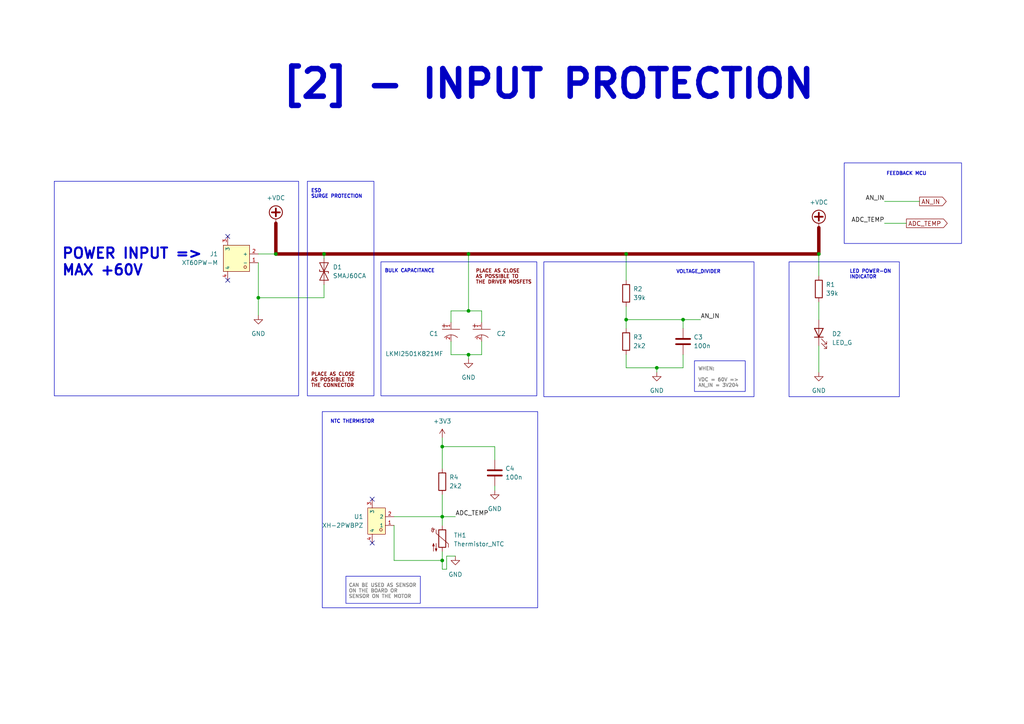
<source format=kicad_sch>
(kicad_sch (version 20230121) (generator eeschema)
  (paper "A4")
  (title_block (title "DF_ESC_rev01_1") (date "2024-01-14") (rev "rev01_1") (company "Ivan Mendez IMA Design") (comment 3 "i.mendezalon@hotmail.com") (comment 4 "Ivan Mendez"))
  (lib_symbols
    (symbol "DF_ESC_Symbol_Library:LKMI2501K821MF" (pin_names hide)
      (property "Reference" "C" (at 0 1.27 0))
      (property "Value" "LKMI2501K821MF" (at 0 -2.54 0))
      (symbol "LKMI2501K821MF_0_0"
        (rectangle (start -2.54 -6.096) (end -1.524 -6.1214) (fill (type background)))
        (rectangle (start -2.032 -5.588) (end -2.0066 -6.604) (fill (type background)))
        (polyline (pts (xy -2.54 -7.112) (xy 2.54 -7.112)))
        (pin passive line (at 0 -5.08 270) (length 2) (name "1") (number "1"))
        (pin passive line (at 0 -10.668 90) (length 2) (name "2") (number "2"))
      )
      (symbol "LKMI2501K821MF_0_1"
        (arc (start 1.9049 -9.5249) (mid -0.0001 -8.7359) (end -1.9051 -9.5251))
      )
    )
    (symbol "DF_ESC_Symbol_Library:XT60PW-M"
      (property "Reference" "CN" (at 0 1.27 0))
      (property "Value" "XT60PW-M" (at 0 -2.54 0))
      (symbol "XT60PW-M_0_0"
        (rectangle (start -2.54 -6.35) (end 5.08 -13.97) (fill (type background)))
        (circle (center -1.27 -7.62) (radius 0.381) (fill (type background)))
        (pin unspecified line (at -5.08 -8.89 0) (length 2.54) (name "-") (number "1"))
        (pin unspecified line (at -5.08 -11.43 0) (length 2.54) (name "+") (number "2"))
        (pin unspecified line (at 3.81 -16.51 90) (length 2.54) (name "3") (number "3"))
        (pin unspecified line (at 3.81 -3.81 270) (length 2.54) (name "4") (number "4"))
      )
    )
    (symbol "Device:C" (pin_numbers hide) (pin_names (offset 0.254))
      (property "Reference" "C" (at 0.635 2.54 0))
      (property "Value" "C" (at 0.635 -2.54 0))
      (symbol "C_0_1"
        (polyline (pts (xy -2.032 -0.762) (xy 2.032 -0.762)) (stroke (width 0.508)))
        (polyline (pts (xy -2.032 0.762) (xy 2.032 0.762)) (stroke (width 0.508)))
      )
      (symbol "C_1_1"
        (pin passive line (at 0 3.81 270) (length 2.794) (name "~") (number "1"))
        (pin passive line (at 0 -3.81 90) (length 2.794) (name "~") (number "2"))
      )
    )
    (symbol "Device:LED" (pin_numbers hide) (pin_names (offset 1.016) hide)
      (property "Reference" "D" (at 0 2.54 0))
      (property "Value" "LED" (at 0 -2.54 0))
      (symbol "LED_0_1"
        (polyline (pts (xy -1.27 -1.27) (xy -1.27 1.27)) (stroke (width 0.254)))
        (polyline (pts (xy -1.27 0) (xy 1.27 0)))
        (polyline (pts (xy 1.27 -1.27) (xy 1.27 1.27) (xy -1.27 0) (xy 1.27 -1.27)) (stroke (width 0.254)))
        (polyline (pts (xy -3.048 -0.762) (xy -4.572 -2.286) (xy -3.81 -2.286) (xy -4.572 -2.286) (xy -4.572 -1.524)))
        (polyline (pts (xy -1.778 -0.762) (xy -3.302 -2.286) (xy -2.54 -2.286) (xy -3.302 -2.286) (xy -3.302 -1.524)))
      )
      (symbol "LED_1_1"
        (pin passive line (at -3.81 0 0) (length 2.54) (name "K") (number "1"))
        (pin passive line (at 3.81 0 180) (length 2.54) (name "A") (number "2"))
      )
    )
    (symbol "Device:R" (pin_numbers hide) (pin_names (offset 0))
      (property "Reference" "R" (at 2.032 0 90))
      (property "Value" "R" (at 0 0 90))
      (symbol "R_0_1"
        (rectangle (start -1.016 -2.54) (end 1.016 2.54) (stroke (width 0.254)))
      )
      (symbol "R_1_1"
        (pin passive line (at 0 3.81 270) (length 1.27) (name "~") (number "1"))
        (pin passive line (at 0 -3.81 90) (length 1.27) (name "~") (number "2"))
      )
    )
    (symbol "Device:Thermistor_NTC" (pin_numbers hide) (pin_names (offset 0))
      (property "Reference" "TH" (at -4.445 0 90))
      (property "Value" "Thermistor_NTC" (at 3.175 0 90))
      (symbol "Thermistor_NTC_0_1"
        (arc (start -3.048 2.159) (mid -3.0495 2.3143) (end -3.175 2.413))
        (arc (start -3.048 2.159) (mid -2.9736 1.9794) (end -2.794 1.905))
        (arc (start -3.048 2.794) (mid -2.9736 2.6144) (end -2.794 2.54))
        (arc (start -2.794 1.905) (mid -2.6144 1.9794) (end -2.54 2.159))
        (arc (start -2.794 2.54) (mid -2.4393 2.5587) (end -2.159 2.794))
        (arc (start -2.794 3.048) (mid -2.9736 2.9736) (end -3.048 2.794))
        (arc (start -2.54 2.794) (mid -2.6144 2.9736) (end -2.794 3.048))
        (rectangle (start -1.016 2.54) (end 1.016 -2.54) (stroke (width 0.254)))
        (polyline (pts (xy -2.54 2.159) (xy -2.54 2.794)))
        (polyline (pts (xy -1.778 2.54) (xy -1.778 1.524) (xy 1.778 -1.524) (xy 1.778 -2.54)))
        (polyline (pts (xy -2.54 -3.683) (xy -2.54 -1.397) (xy -2.794 -2.159) (xy -2.286 -2.159) (xy -2.54 -1.397) (xy -2.54 -1.651)) (fill (type outline)))
        (polyline (pts (xy -1.778 -1.397) (xy -1.778 -3.683) (xy -2.032 -2.921) (xy -1.524 -2.921) (xy -1.778 -3.683) (xy -1.778 -3.429)) (fill (type outline)))
      )
      (symbol "Thermistor_NTC_1_1"
        (pin passive line (at 0 3.81 270) (length 1.27) (name "~") (number "1"))
        (pin passive line (at 0 -3.81 90) (length 1.27) (name "~") (number "2"))
      )
    )
    (symbol "Diode:SMAJ60CA" (pin_numbers hide) (pin_names (offset 1.016) hide)
      (property "Reference" "D" (at 0 2.54 0))
      (property "Value" "SMAJ60CA" (at 0 -2.54 0))
      (symbol "SMAJ60CA_0_1"
        (polyline (pts (xy 1.27 0) (xy -1.27 0)))
        (polyline (pts (xy -2.54 -1.27) (xy 0 0) (xy -2.54 1.27) (xy -2.54 -1.27)) (stroke (width 0.2032)))
        (polyline (pts (xy 0.508 1.27) (xy 0 1.27) (xy 0 -1.27) (xy -0.508 -1.27)) (stroke (width 0.2032)))
        (polyline (pts (xy 2.54 1.27) (xy 2.54 -1.27) (xy 0 0) (xy 2.54 1.27)) (stroke (width 0.2032)))
      )
      (symbol "SMAJ60CA_1_1"
        (pin passive line (at -3.81 0 0) (length 2.54) (name "A1") (number "1"))
        (pin passive line (at 3.81 0 180) (length 2.54) (name "A2") (number "2"))
      )
    )
    (symbol "XH-2PWBPZ:XH-2PWBPZ"
      (property "Reference" "U" (at 0 1.27 0))
      (property "Value" "XH-2PWBPZ" (at 0 -2.54 0))
      (symbol "XH-2PWBPZ_0_1"
        (rectangle (start -1.27 3.81) (end 3.81 -3.81) (fill (type background)))
        (circle (center 0 2.54) (radius 0.381) (fill (type background)))
        (pin unspecified line (at -3.81 1.27 0) (length 2.54) (name "1") (number "1"))
        (pin unspecified line (at -3.81 -1.27 0) (length 2.54) (name "2") (number "2"))
        (pin unspecified line (at 2.54 -6.35 90) (length 2.54) (name "3") (number "3"))
        (pin unspecified line (at 2.54 6.35 270) (length 2.54) (name "4") (number "4"))
      )
    )
    (symbol "power:+3V3" (power) (pin_names (offset 0))
      (property "Value" "+3V3" (at 0 3.556 0))
      (symbol "+3V3_0_1"
        (polyline (pts (xy -0.762 1.27) (xy 0 2.54)))
        (polyline (pts (xy 0 0) (xy 0 2.54)))
        (polyline (pts (xy 0 2.54) (xy 0.762 1.27)))
      )
      (symbol "+3V3_1_1"
        (pin power_in line (at 0 0 90) (length 0) hide (name "+3V3") (number "1"))
      )
    )
    (symbol "power:+VDC" (power) (pin_names (offset 0))
      (property "Value" "+VDC" (at 0 6.35 0))
      (symbol "+VDC_0_1"
        (polyline (pts (xy -1.143 3.175) (xy 1.143 3.175)) (stroke (width 0.508)))
        (polyline (pts (xy 0 0) (xy 0 1.27)))
        (polyline (pts (xy 0 2.032) (xy 0 4.318)) (stroke (width 0.508)))
        (circle (center 0 3.175) (radius 1.905) (stroke (width 0.254)))
      )
      (symbol "+VDC_1_1"
        (pin power_in line (at 0 0 90) (length 0) hide (name "+VDC") (number "1"))
      )
    )
    (symbol "power:GND" (power) (pin_names (offset 0))
      (property "Value" "GND" (at 0 -3.81 0))
      (symbol "GND_0_1"
        (polyline (pts (xy 0 0) (xy 0 -1.27) (xy 1.27 -1.27) (xy 0 -2.54) (xy -1.27 -1.27) (xy 0 -1.27)))
      )
      (symbol "GND_1_1"
        (pin power_in line (at 0 0 270) (length 0) hide (name "GND") (number "1"))
      )
    )
  )
  (junction (at 135.89 102.87))
  (junction (at 74.93 86.36))
  (junction (at 198.12 92.71))
  (junction (at 135.89 90.17))
  (junction (at 181.61 73.66))
  (junction (at 181.61 92.71))
  (junction (at 135.89 73.66))
  (junction (at 237.49 73.66))
  (junction (at 190.5 106.68))
  (junction (at 93.98 73.66))
  (junction (at 128.27 129.54))
  (junction (at 128.27 162.56))
  (junction (at 128.27 149.86))
  (junction (at 80.01 73.66))
  (no_connect (at 107.95 157.48))
  (no_connect (at 66.04 81.28))
  (no_connect (at 107.95 144.78))
  (no_connect (at 66.04 68.58))
  (wire (pts (xy 143.51 133.35) (xy 143.51 129.54)))
  (wire (pts (xy 74.93 76.2) (xy 74.93 86.36)))
  (wire (pts (xy 135.89 73.66) (xy 135.89 90.17)))
  (wire (pts (xy 74.93 73.66) (xy 80.01 73.66)))
  (wire (pts (xy 181.61 106.68) (xy 190.5 106.68)))
  (wire (pts (xy 198.12 92.71) (xy 203.2 92.71)))
  (wire (pts (xy 135.89 102.87) (xy 135.89 104.14)))
  (wire (pts (xy 139.7 99.06) (xy 139.7 102.87)))
  (wire (pts (xy 74.93 86.36) (xy 93.98 86.36)))
  (wire (pts (xy 190.5 106.68) (xy 190.5 107.95)))
  (wire (pts (xy 256.54 58.42) (xy 266.7 58.42)))
  (wire (pts (xy 130.81 102.87) (xy 135.89 102.87)))
  (wire (pts (xy 130.81 90.17) (xy 130.81 93.472)))
  (wire (pts (xy 237.49 100.33) (xy 237.49 107.95)))
  (wire (pts (xy 93.98 73.66) (xy 135.89 73.66)) (stroke (width 1) (color 132 0 0 1)))
  (wire (pts (xy 130.81 90.17) (xy 135.89 90.17)))
  (wire (pts (xy 80.01 73.66) (xy 93.98 73.66)) (stroke (width 1) (color 132 0 0 1)))
  (wire (pts (xy 128.27 160.02) (xy 128.27 162.56)))
  (wire (pts (xy 128.27 162.56) (xy 128.27 165.1)))
  (wire (pts (xy 190.5 106.68) (xy 198.12 106.68)))
  (wire (pts (xy 256.54 64.77) (xy 262.89 64.77)))
  (wire (pts (xy 135.89 90.17) (xy 139.7 90.17)))
  (wire (pts (xy 128.27 129.54) (xy 143.51 129.54)))
  (wire (pts (xy 135.89 73.66) (xy 181.61 73.66)) (stroke (width 1) (color 132 0 0 1)))
  (wire (pts (xy 93.98 82.55) (xy 93.98 86.36)))
  (wire (pts (xy 139.7 90.17) (xy 139.7 93.472)))
  (wire (pts (xy 114.3 152.4) (xy 114.3 162.56)))
  (wire (pts (xy 181.61 92.71) (xy 181.61 95.25)))
  (wire (pts (xy 128.27 143.51) (xy 128.27 149.86)))
  (wire (pts (xy 181.61 102.87) (xy 181.61 106.68)))
  (wire (pts (xy 181.61 92.71) (xy 198.12 92.71)))
  (wire (pts (xy 80.01 64.77) (xy 80.01 73.66)) (stroke (width 1) (color 132 0 0 1)))
  (wire (pts (xy 128.27 149.86) (xy 128.27 152.4)))
  (wire (pts (xy 198.12 92.71) (xy 198.12 95.25)))
  (wire (pts (xy 237.49 87.63) (xy 237.49 92.71)))
  (wire (pts (xy 93.98 74.93) (xy 93.98 73.66)))
  (wire (pts (xy 74.93 86.36) (xy 74.93 91.44)))
  (wire (pts (xy 181.61 88.9) (xy 181.61 92.71)))
  (wire (pts (xy 128.27 127) (xy 128.27 129.54)))
  (wire (pts (xy 198.12 106.68) (xy 198.12 102.87)))
  (wire (pts (xy 237.49 73.66) (xy 237.49 80.01)))
  (wire (pts (xy 130.81 99.06) (xy 130.81 102.87)))
  (wire (pts (xy 129.54 161.29) (xy 132.08 161.29)))
  (wire (pts (xy 135.89 73.66) (xy 139.7 73.66)))
  (wire (pts (xy 114.3 162.56) (xy 128.27 162.56)))
  (wire (pts (xy 128.27 165.1) (xy 129.54 165.1)))
  (wire (pts (xy 181.61 73.66) (xy 237.49 73.66)) (stroke (width 1) (color 132 0 0 1)))
  (wire (pts (xy 129.54 165.1) (xy 129.54 161.29)))
  (wire (pts (xy 128.27 149.86) (xy 132.08 149.86)))
  (wire (pts (xy 237.49 66.04) (xy 237.49 73.66)) (stroke (width 1) (color 132 0 0 1)))
  (wire (pts (xy 128.27 129.54) (xy 128.27 135.89)))
  (wire (pts (xy 143.51 142.24) (xy 143.51 140.97)))
  (wire (pts (xy 135.89 102.87) (xy 139.7 102.87)))
  (wire (pts (xy 181.61 73.66) (xy 181.61 81.28)))
  (wire (pts (xy 114.3 149.86) (xy 128.27 149.86)))
  (rectangle (start 15.748 52.578) (end 86.614 114.808))
  (rectangle (start 201.422 104.648) (end 216.154 113.538))
  (rectangle (start 228.854 75.946) (end 260.858 115.062))
  (rectangle (start 244.856 47.244) (end 278.892 70.612))
  (rectangle (start 110.49 75.946) (end 155.702 114.808))
  (rectangle (start 89.154 52.578) (end 108.458 114.808))
  (rectangle (start 93.472 119.38) (end 155.956 176.276))
  (rectangle (start 157.734 75.946) (end 218.694 115.062))
  (rectangle (start 100.33 167.132) (end 121.92 175.006))
  (text "BULK CAPACITANCE" (at 111.506 79.248 0) (effects (font (size 1 1) bold) (justify left bottom)))
  (text "PLACE AS CLOSE\nAS POSSIBLE TO \nTHE CONNECTOR" (at 90.17 112.522 0) (effects (font (size 1 1) bold) (justify left bottom)))
  (text "CAN BE USED AS SENSOR\nON THE BOARD OR\nSENSOR ON THE MOTOR" (at 101.092 173.736 0) (effects (font (size 1 1) bold) (justify left bottom)))
  (text "VOLTAGE_DIVIDER" (at 196.088 79.502 0) (effects (font (size 1 1) bold) (justify left bottom)))
  (text "WHEN:\n\nVDC = 60V =>\nAN_IN = 3V204" (at 202.438 112.522 0) (effects (font (size 1 1) bold) (justify left bottom)))
  (text "ESD\nSURGE PROTECTION" (at 90.17 57.658 0) (effects (font (size 1 1) bold) (justify left bottom)))
  (text "LED POWER-ON \nINDICATOR" (at 246.38 81.026 0) (effects (font (size 1 1) bold) (justify left bottom)))
  (text "FEEDBACK MCU" (at 257.048 51.054 0) (effects (font (size 1 1) bold) (justify left bottom)))
  (text "PLACE AS CLOSE\nAS POSSIBLE TO \nTHE DRIVER MOSFETS" (at 137.922 82.55 0) (effects (font (size 1 1) bold) (justify left bottom)))
  (text "[2] - INPUT PROTECTION" (at 81.28 29.21 0) (effects (font (size 8 8) bold) (justify left bottom)))
  (text "NTC THERMISTOR" (at 95.758 122.936 0) (effects (font (size 1 1) bold) (justify left bottom)))
  (text "POWER INPUT =>\nMAX +60V" (at 17.78 80.264 0) (effects (font (size 3 3) bold) (justify left bottom)))
  (label "ADC_TEMP" (at 256.54 64.77 180))
  (label "AN_IN" (at 203.2 92.71 0))
  (label "AN_IN" (at 256.54 58.42 180))
  (label "ADC_TEMP" (at 132.08 149.86 0))
  (global_label "ADC_TEMP" (shape output) (at 262.89 64.77 0) (property "Intersheetrefs" "${INTERSHEET_REFS}" (effects hide)))
  (global_label "AN_IN" (shape output) (at 266.7 58.42 0) (property "Intersheetrefs" "${INTERSHEET_REFS}" (effects hide)))
  (symbol (lib_id "power:GND") (at 190.5 107.95 0) (unit 1)
    (property "Reference" "#PWR05" (effects hide))
    (property "Value" "GND" (at 190.5 113.284 0))
  )
  (symbol (lib_id "power:GND") (at 132.08 161.29 0) (unit 1)
    (property "Reference" "#PWR09" (effects hide))
    (property "Value" "GND" (at 132.08 166.624 0))
  )
  (symbol (lib_id "Device:C") (at 198.12 99.06 0) (unit 1)
    (property "Reference" "C3" (at 201.168 97.79 0) (effects (justify left)))
    (property "Value" "100n" (at 201.168 100.33 0) (effects (justify left)))
    (property "Footprint" "Capacitor_SMD:C_0603_1608Metric_Pad1.08x0.95mm_HandSolder" (effects hide))
  )
  (symbol (lib_id "DF_ESC_Symbol_Library:LKMI2501K821MF") (at 130.81 88.392 0) (unit 1)
    (property "Reference" "C1" (at 124.46 96.774 0) (effects (justify left)))
    (property "Value" "LKMI2501K821MF" (at 111.76 102.616 0) (effects (justify left)))
    (property "Footprint" "DF_ESC_Footprint_Library:CAP-TH_BD18.0-P7.50-D1.2-SIDE" (effects hide))
    (property "Datasheet" "https://item.szlcsc.com/48887.html" (effects hide))
    (property "LCSC" "C443097" (effects hide))
    (property "Capacitance" "820uF" (effects hide))
  )
  (symbol (lib_id "XH-2PWBPZ:XH-2PWBPZ") (at 110.49 151.13 180) (unit 1)
    (property "Reference" "U1" (at 105.41 149.86 0) (effects (justify left)))
    (property "Value" "XH-2PWBPZ" (at 105.41 152.4 0) (effects (justify left)))
    (property "Footprint" "conector_XH2PWBPZ:CONN-SMD_XH-2PWBPZ" (effects hide))
    (property "Datasheet" "https://item.szlcsc.com/2791035.html" (effects hide))
    (property "LCSC" "C2687444" (effects hide))
  )
  (symbol (lib_id "Device:R") (at 128.27 139.7 0) (unit 1)
    (property "Reference" "R4" (at 130.302 138.43 0) (effects (justify left)))
    (property "Value" "2k2" (at 130.302 140.97 0) (effects (justify left)))
    (property "Footprint" "Resistor_SMD:R_0603_1608Metric_Pad0.98x0.95mm_HandSolder" (effects hide))
  )
  (symbol (lib_id "Device:LED") (at 237.49 96.52 90) (unit 1)
    (property "Reference" "D2" (at 241.3 96.8375 90) (effects (justify right)))
    (property "Value" "LED_G" (at 241.3 99.3775 90) (effects (justify right)))
    (property "Footprint" "LED_SMD:LED_1206_3216Metric_Pad1.42x1.75mm_HandSolder" (effects hide))
  )
  (symbol (lib_id "power:GND") (at 135.89 104.14 0) (unit 1)
    (property "Reference" "#PWR04" (effects hide))
    (property "Value" "GND" (at 135.89 109.474 0))
  )
  (symbol (lib_id "Device:R") (at 237.49 83.82 0) (unit 1)
    (property "Reference" "R1" (at 239.522 82.55 0) (effects (justify left)))
    (property "Value" "39k" (at 239.522 85.09 0) (effects (justify left)))
    (property "Footprint" "Resistor_SMD:R_0603_1608Metric_Pad0.98x0.95mm_HandSolder" (effects hide))
  )
  (symbol (lib_id "Device:Thermistor_NTC") (at 128.27 156.21 0) (unit 1)
    (property "Reference" "TH1" (at 131.572 155.2575 0) (effects (justify left)))
    (property "Value" "Thermistor_NTC" (at 131.572 157.7975 0) (effects (justify left)))
    (property "Footprint" "Resistor_SMD:R_0603_1608Metric_Pad0.98x0.95mm_HandSolder" (effects hide))
  )
  (symbol (lib_id "power:GND") (at 237.49 107.95 0) (unit 1)
    (property "Reference" "#PWR06" (effects hide))
    (property "Value" "GND" (at 237.49 113.284 0))
  )
  (symbol (lib_id "DF_ESC_Symbol_Library:LKMI2501K821MF") (at 139.7 88.392 0) (unit 1)
    (property "Reference" "C2" (at 144.018 96.774 0) (effects (justify left)))
    (property "Value" "LKMI2501K821MF" (effects hide))
    (property "Footprint" "DF_ESC_Footprint_Library:CAP-TH_BD18.0-P7.50-D1.2-SIDE" (effects hide))
    (property "Datasheet" "https://item.szlcsc.com/48887.html" (effects hide))
    (property "LCSC" "C443097" (effects hide))
    (property "Capacitance" "820uF" (effects hide))
  )
  (symbol (lib_id "Diode:SMAJ60CA") (at 93.98 78.74 90) (unit 1)
    (property "Reference" "D1" (at 96.52 77.47 90) (effects (justify right)))
    (property "Value" "SMAJ60CA" (at 96.52 80.01 90) (effects (justify right)))
    (property "Footprint" "Diode_SMD:D_SMA_Handsoldering" (effects hide))
    (property "Datasheet" "https://www.littelfuse.com/media?resourcetype=datasheets&itemid=75e32973-b177-4ee3-a0ff-cedaf1abdb93&filename=smaj-datasheet" (effects hide))
  )
  (symbol (lib_id "power:+VDC") (at 237.49 66.04 0) (unit 1)
    (property "Reference" "#PWR02" (effects hide))
    (property "Value" "+VDC" (at 237.49 58.674 0))
  )
  (symbol (lib_id "Device:C") (at 143.51 137.16 0) (unit 1)
    (property "Reference" "C4" (at 146.558 135.89 0) (effects (justify left)))
    (property "Value" "100n" (at 146.558 138.43 0) (effects (justify left)))
    (property "Footprint" "Capacitor_SMD:C_0603_1608Metric_Pad1.08x0.95mm_HandSolder" (effects hide))
  )
  (symbol (lib_id "DF_ESC_Symbol_Library:XT60PW-M") (at 69.85 85.09 180) (unit 1)
    (property "Reference" "J1" (at 63.246 73.66 0) (effects (justify left)))
    (property "Value" "XT60PW-M" (at 63.246 76.2 0) (effects (justify left)))
    (property "Footprint" "DF_ESC_Footprint_Library:CONN-TH_XT60PW-M" (effects hide))
    (property "Datasheet" "https://atta.szlcsc.com/upload/public/pdf/source/20180125/C98732_15168617837851301983.pdf" (effects hide))
    (property "LCSC" "C98732" (effects hide))
  )
  (symbol (lib_id "power:+3V3") (at 128.27 127 0) (unit 1)
    (property "Reference" "#PWR07" (effects hide))
    (property "Value" "+3V3" (at 128.27 122.174 0))
  )
  (symbol (lib_id "power:GND") (at 74.93 91.44 0) (unit 1)
    (property "Reference" "#PWR03" (effects hide))
    (property "Value" "GND" (at 74.93 96.774 0))
  )
  (symbol (lib_id "power:GND") (at 143.51 142.24 0) (unit 1)
    (property "Reference" "#PWR08" (effects hide))
    (property "Value" "GND" (at 143.51 147.574 0))
  )
  (symbol (lib_id "Device:R") (at 181.61 99.06 0) (unit 1)
    (property "Reference" "R3" (at 183.642 97.79 0) (effects (justify left)))
    (property "Value" "2k2" (at 183.642 100.33 0) (effects (justify left)))
    (property "Footprint" "Resistor_SMD:R_0603_1608Metric_Pad0.98x0.95mm_HandSolder" (effects hide))
  )
  (symbol (lib_id "Device:R") (at 181.61 85.09 0) (unit 1)
    (property "Reference" "R2" (at 183.642 83.82 0) (effects (justify left)))
    (property "Value" "39k" (at 183.642 86.36 0) (effects (justify left)))
    (property "Footprint" "Resistor_SMD:R_0603_1608Metric_Pad0.98x0.95mm_HandSolder" (effects hide))
  )
  (symbol (lib_id "power:+VDC") (at 80.01 64.77 0) (unit 1)
    (property "Reference" "#PWR01" (effects hide))
    (property "Value" "+VDC" (at 80.01 57.404 0))
  )
)
</source>
